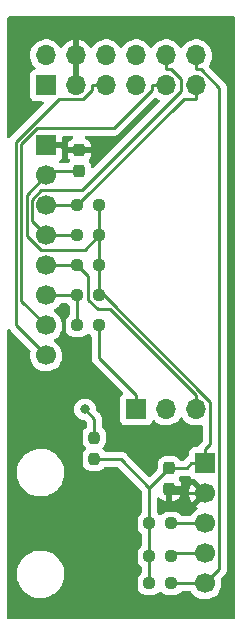
<source format=gbl>
G04 #@! TF.GenerationSoftware,KiCad,Pcbnew,6.0.9-8da3e8f707~116~ubuntu20.04.1*
G04 #@! TF.CreationDate,2023-03-05T00:07:15+01:00*
G04 #@! TF.ProjectId,accl_magn_pmod,6163636c-5f6d-4616-976e-5f706d6f642e,rev?*
G04 #@! TF.SameCoordinates,Original*
G04 #@! TF.FileFunction,Copper,L2,Bot*
G04 #@! TF.FilePolarity,Positive*
%FSLAX46Y46*%
G04 Gerber Fmt 4.6, Leading zero omitted, Abs format (unit mm)*
G04 Created by KiCad (PCBNEW 6.0.9-8da3e8f707~116~ubuntu20.04.1) date 2023-03-05 00:07:15*
%MOMM*%
%LPD*%
G01*
G04 APERTURE LIST*
G04 Aperture macros list*
%AMRoundRect*
0 Rectangle with rounded corners*
0 $1 Rounding radius*
0 $2 $3 $4 $5 $6 $7 $8 $9 X,Y pos of 4 corners*
0 Add a 4 corners polygon primitive as box body*
4,1,4,$2,$3,$4,$5,$6,$7,$8,$9,$2,$3,0*
0 Add four circle primitives for the rounded corners*
1,1,$1+$1,$2,$3*
1,1,$1+$1,$4,$5*
1,1,$1+$1,$6,$7*
1,1,$1+$1,$8,$9*
0 Add four rect primitives between the rounded corners*
20,1,$1+$1,$2,$3,$4,$5,0*
20,1,$1+$1,$4,$5,$6,$7,0*
20,1,$1+$1,$6,$7,$8,$9,0*
20,1,$1+$1,$8,$9,$2,$3,0*%
G04 Aperture macros list end*
G04 #@! TA.AperFunction,ComponentPad*
%ADD10R,1.700000X1.700000*%
G04 #@! TD*
G04 #@! TA.AperFunction,ComponentPad*
%ADD11C,1.700000*%
G04 #@! TD*
G04 #@! TA.AperFunction,SMDPad,CuDef*
%ADD12RoundRect,0.237500X-0.250000X-0.237500X0.250000X-0.237500X0.250000X0.237500X-0.250000X0.237500X0*%
G04 #@! TD*
G04 #@! TA.AperFunction,SMDPad,CuDef*
%ADD13RoundRect,0.237500X0.250000X0.237500X-0.250000X0.237500X-0.250000X-0.237500X0.250000X-0.237500X0*%
G04 #@! TD*
G04 #@! TA.AperFunction,SMDPad,CuDef*
%ADD14RoundRect,0.237500X0.237500X-0.250000X0.237500X0.250000X-0.237500X0.250000X-0.237500X-0.250000X0*%
G04 #@! TD*
G04 #@! TA.AperFunction,ComponentPad*
%ADD15O,1.700000X1.700000*%
G04 #@! TD*
G04 #@! TA.AperFunction,SMDPad,CuDef*
%ADD16RoundRect,0.237500X-0.237500X0.300000X-0.237500X-0.300000X0.237500X-0.300000X0.237500X0.300000X0*%
G04 #@! TD*
G04 #@! TA.AperFunction,SMDPad,CuDef*
%ADD17RoundRect,0.237500X0.237500X-0.300000X0.237500X0.300000X-0.237500X0.300000X-0.237500X-0.300000X0*%
G04 #@! TD*
G04 #@! TA.AperFunction,ViaPad*
%ADD18C,0.800000*%
G04 #@! TD*
G04 #@! TA.AperFunction,Conductor*
%ADD19C,0.250000*%
G04 #@! TD*
G04 APERTURE END LIST*
D10*
X131572000Y-94234000D03*
D11*
X131572000Y-96774000D03*
X131572000Y-99314000D03*
X131572000Y-101854000D03*
X131572000Y-104394000D03*
D10*
X118110000Y-67310000D03*
D11*
X118110000Y-69850000D03*
X118110000Y-72390000D03*
X118110000Y-74930000D03*
X118110000Y-77470000D03*
X118110000Y-80010000D03*
X118110000Y-82550000D03*
X118110000Y-85090000D03*
D12*
X126849500Y-104394000D03*
X128674500Y-104394000D03*
X126849500Y-99314000D03*
X128674500Y-99314000D03*
X126849500Y-102108000D03*
X128674500Y-102108000D03*
D13*
X122578500Y-74930000D03*
X120753500Y-74930000D03*
X120753500Y-72390000D03*
X122578500Y-72390000D03*
D12*
X120753500Y-82550000D03*
X122578500Y-82550000D03*
D13*
X122578500Y-80010000D03*
X120753500Y-80010000D03*
X122578500Y-77470000D03*
X120753500Y-77470000D03*
D14*
X122174000Y-93876500D03*
X122174000Y-92051500D03*
D10*
X125730000Y-89662000D03*
D15*
X128270000Y-89662000D03*
X130810000Y-89662000D03*
D10*
X118110000Y-62230000D03*
D15*
X118110000Y-59690000D03*
X120650000Y-62230000D03*
X120650000Y-59690000D03*
X123190000Y-62230000D03*
X123190000Y-59690000D03*
X125730000Y-62230000D03*
X125730000Y-59690000D03*
X128270000Y-62230000D03*
X128270000Y-59690000D03*
X130810000Y-62230000D03*
X130810000Y-59690000D03*
D16*
X128524000Y-94641500D03*
X128524000Y-96366500D03*
D17*
X120904000Y-69442500D03*
X120904000Y-67717500D03*
D18*
X121393900Y-89662000D03*
D19*
X120753500Y-80010000D02*
X118110000Y-80010000D01*
X120753500Y-80010000D02*
X120753500Y-82550000D01*
X120753500Y-77470000D02*
X118110000Y-77470000D01*
X121666000Y-78382500D02*
X120753500Y-77470000D01*
X121666000Y-80397300D02*
X121666000Y-78382500D01*
X122450000Y-81181300D02*
X121666000Y-80397300D01*
X123504600Y-81181300D02*
X122450000Y-81181300D01*
X130810000Y-88486700D02*
X123504600Y-81181300D01*
X130810000Y-89662000D02*
X130810000Y-88486700D01*
X122578500Y-85335200D02*
X122578500Y-82550000D01*
X125730000Y-88486700D02*
X122578500Y-85335200D01*
X125730000Y-89662000D02*
X125730000Y-88486700D01*
X128674500Y-104394000D02*
X131572000Y-104394000D01*
X132766000Y-103200000D02*
X131572000Y-104394000D01*
X132766000Y-62454000D02*
X132766000Y-103200000D01*
X131177300Y-60865300D02*
X132766000Y-62454000D01*
X130810000Y-60865300D02*
X131177300Y-60865300D01*
X130810000Y-59690000D02*
X130810000Y-60865300D01*
X130810000Y-62230000D02*
X130810000Y-63405300D01*
X129738200Y-63405300D02*
X120753500Y-72390000D01*
X130810000Y-63405300D02*
X129738200Y-63405300D01*
X120753500Y-72390000D02*
X118110000Y-72390000D01*
X120753500Y-74930000D02*
X118110000Y-74930000D01*
X116907500Y-73727500D02*
X118110000Y-74930000D01*
X116907500Y-71906600D02*
X116907500Y-73727500D01*
X117694100Y-71120000D02*
X116907500Y-71906600D01*
X121100600Y-71120000D02*
X117694100Y-71120000D01*
X129485100Y-62735500D02*
X121100600Y-71120000D01*
X129485100Y-61713100D02*
X129485100Y-62735500D01*
X128637300Y-60865300D02*
X129485100Y-61713100D01*
X128270000Y-60865300D02*
X128637300Y-60865300D01*
X128270000Y-59690000D02*
X128270000Y-60865300D01*
X128270000Y-62230000D02*
X127094700Y-62230000D01*
X127094700Y-62597300D02*
X127094700Y-62230000D01*
X123819600Y-65872400D02*
X127094700Y-62597300D01*
X117341500Y-65872400D02*
X123819600Y-65872400D01*
X116006800Y-67207100D02*
X117341500Y-65872400D01*
X116006800Y-80446800D02*
X116006800Y-67207100D01*
X118110000Y-82550000D02*
X116006800Y-80446800D01*
X128674500Y-99314000D02*
X131572000Y-99314000D01*
X128928500Y-101854000D02*
X128674500Y-102108000D01*
X131572000Y-101854000D02*
X128928500Y-101854000D01*
X115553400Y-82533400D02*
X118110000Y-85090000D01*
X115553400Y-67023600D02*
X115553400Y-82533400D01*
X119171700Y-63405300D02*
X115553400Y-67023600D01*
X121206800Y-63405300D02*
X119171700Y-63405300D01*
X122014700Y-62597400D02*
X121206800Y-63405300D01*
X122014700Y-62230000D02*
X122014700Y-62597400D01*
X123190000Y-62230000D02*
X122014700Y-62230000D01*
X122174000Y-90442100D02*
X121393900Y-89662000D01*
X122174000Y-92051500D02*
X122174000Y-90442100D01*
X119692800Y-67717500D02*
X119285300Y-67310000D01*
X120904000Y-67717500D02*
X119692800Y-67717500D01*
X118110000Y-67310000D02*
X119285300Y-67310000D01*
X128931500Y-96774000D02*
X128524000Y-96366500D01*
X131572000Y-96774000D02*
X128931500Y-96774000D01*
X122578500Y-72390000D02*
X122578500Y-74930000D01*
X126849500Y-102108000D02*
X126849500Y-104394000D01*
X126849500Y-102108000D02*
X126849500Y-99314000D01*
X122578500Y-74930000D02*
X122578500Y-77470000D01*
X118517500Y-69442500D02*
X118110000Y-69850000D01*
X120904000Y-69442500D02*
X118517500Y-69442500D01*
X122578500Y-80010000D02*
X122578500Y-77470000D01*
X131572000Y-94234000D02*
X131572000Y-93058700D01*
X132002800Y-92627900D02*
X131572000Y-93058700D01*
X132002800Y-89006800D02*
X132002800Y-92627900D01*
X123006000Y-80010000D02*
X132002800Y-89006800D01*
X122578500Y-80010000D02*
X123006000Y-80010000D01*
X131572000Y-94234000D02*
X130396700Y-94234000D01*
X121362700Y-76145800D02*
X122578500Y-74930000D01*
X117629300Y-76145800D02*
X121362700Y-76145800D01*
X116457100Y-74973600D02*
X117629300Y-76145800D01*
X116457100Y-71502900D02*
X116457100Y-74973600D01*
X118110000Y-69850000D02*
X116457100Y-71502900D01*
X129989200Y-94641500D02*
X128524000Y-94641500D01*
X130396700Y-94234000D02*
X129989200Y-94641500D01*
X124410000Y-93876500D02*
X126849500Y-96316000D01*
X122174000Y-93876500D02*
X124410000Y-93876500D01*
X128524000Y-94641500D02*
X126849500Y-96316000D01*
X126849500Y-96316000D02*
X126849500Y-99314000D01*
G04 #@! TA.AperFunction,Conductor*
G36*
X133955018Y-56390000D02*
G01*
X133969853Y-56392310D01*
X133969855Y-56392310D01*
X133978724Y-56393691D01*
X133984508Y-56392935D01*
X134050868Y-56413307D01*
X134096700Y-56467528D01*
X134105165Y-56508873D01*
X134106309Y-56508723D01*
X134106309Y-56508724D01*
X134106329Y-56508873D01*
X134110436Y-56540283D01*
X134111500Y-56556621D01*
X134111500Y-107265633D01*
X134110000Y-107285018D01*
X134106309Y-107308724D01*
X134107065Y-107314508D01*
X134086693Y-107380868D01*
X134032472Y-107426700D01*
X133991127Y-107435165D01*
X133991277Y-107436309D01*
X133991276Y-107436309D01*
X133959714Y-107440436D01*
X133943379Y-107441500D01*
X114984367Y-107441500D01*
X114964982Y-107440000D01*
X114950148Y-107437690D01*
X114950145Y-107437690D01*
X114941276Y-107436309D01*
X114936065Y-107436990D01*
X114869984Y-107416706D01*
X114824150Y-107362486D01*
X114813671Y-107319778D01*
X114813729Y-107315000D01*
X114809773Y-107287376D01*
X114808500Y-107269514D01*
X114808500Y-103551133D01*
X115615222Y-103551133D01*
X115615375Y-103555521D01*
X115615375Y-103555527D01*
X115624243Y-103809452D01*
X115625025Y-103831858D01*
X115625787Y-103836181D01*
X115625788Y-103836188D01*
X115649564Y-103971024D01*
X115673802Y-104108487D01*
X115760603Y-104375635D01*
X115762531Y-104379588D01*
X115762533Y-104379593D01*
X115803657Y-104463908D01*
X115883740Y-104628102D01*
X115886195Y-104631741D01*
X115886198Y-104631747D01*
X115959290Y-104740110D01*
X116040815Y-104860976D01*
X116228771Y-105069722D01*
X116232133Y-105072543D01*
X116232134Y-105072544D01*
X116247645Y-105085559D01*
X116443950Y-105250279D01*
X116682164Y-105399131D01*
X116938775Y-105513382D01*
X117208790Y-105590807D01*
X117213140Y-105591418D01*
X117213143Y-105591419D01*
X117316090Y-105605887D01*
X117486952Y-105629900D01*
X117697546Y-105629900D01*
X117699732Y-105629747D01*
X117699736Y-105629747D01*
X117903227Y-105615518D01*
X117903232Y-105615517D01*
X117907612Y-105615211D01*
X118182370Y-105556809D01*
X118186499Y-105555306D01*
X118186503Y-105555305D01*
X118442181Y-105462246D01*
X118442185Y-105462244D01*
X118446326Y-105460737D01*
X118694342Y-105328864D01*
X118799296Y-105252611D01*
X118918029Y-105166347D01*
X118918032Y-105166344D01*
X118921592Y-105163758D01*
X118974093Y-105113059D01*
X119062691Y-105027500D01*
X119123652Y-104968631D01*
X119296588Y-104747282D01*
X119298784Y-104743478D01*
X119298789Y-104743471D01*
X119434835Y-104507831D01*
X119437036Y-104504019D01*
X119542262Y-104243576D01*
X119543328Y-104239301D01*
X119609153Y-103975293D01*
X119609154Y-103975288D01*
X119610217Y-103971024D01*
X119613481Y-103939975D01*
X119639119Y-103696036D01*
X119639119Y-103696033D01*
X119639578Y-103691667D01*
X119639374Y-103685816D01*
X119629929Y-103415339D01*
X119629928Y-103415333D01*
X119629775Y-103410942D01*
X119628875Y-103405834D01*
X119588355Y-103176039D01*
X119580998Y-103134313D01*
X119494197Y-102867165D01*
X119474712Y-102827214D01*
X119409030Y-102692548D01*
X119371060Y-102614698D01*
X119368605Y-102611059D01*
X119368602Y-102611053D01*
X119288335Y-102492053D01*
X119213985Y-102381824D01*
X119026029Y-102173078D01*
X118810850Y-101992521D01*
X118572636Y-101843669D01*
X118316025Y-101729418D01*
X118046010Y-101651993D01*
X118041660Y-101651382D01*
X118041657Y-101651381D01*
X117938710Y-101636913D01*
X117767848Y-101612900D01*
X117557254Y-101612900D01*
X117555068Y-101613053D01*
X117555064Y-101613053D01*
X117351573Y-101627282D01*
X117351568Y-101627283D01*
X117347188Y-101627589D01*
X117072430Y-101685991D01*
X117068301Y-101687494D01*
X117068297Y-101687495D01*
X116812619Y-101780554D01*
X116812615Y-101780556D01*
X116808474Y-101782063D01*
X116560458Y-101913936D01*
X116556899Y-101916522D01*
X116556897Y-101916523D01*
X116452295Y-101992521D01*
X116333208Y-102079042D01*
X116131148Y-102274169D01*
X115958212Y-102495518D01*
X115956016Y-102499322D01*
X115956011Y-102499329D01*
X115866315Y-102654688D01*
X115817764Y-102738781D01*
X115712538Y-102999224D01*
X115711473Y-103003497D01*
X115711472Y-103003499D01*
X115650048Y-103249858D01*
X115644583Y-103271776D01*
X115644124Y-103276144D01*
X115644123Y-103276149D01*
X115618729Y-103517768D01*
X115615222Y-103551133D01*
X114808500Y-103551133D01*
X114808500Y-94951133D01*
X115615222Y-94951133D01*
X115625025Y-95231858D01*
X115625787Y-95236181D01*
X115625788Y-95236188D01*
X115649564Y-95371024D01*
X115673802Y-95508487D01*
X115760603Y-95775635D01*
X115883740Y-96028102D01*
X115886195Y-96031741D01*
X115886198Y-96031747D01*
X115940667Y-96112500D01*
X116040815Y-96260976D01*
X116228771Y-96469722D01*
X116443950Y-96650279D01*
X116682164Y-96799131D01*
X116938775Y-96913382D01*
X117208790Y-96990807D01*
X117213140Y-96991418D01*
X117213143Y-96991419D01*
X117316090Y-97005887D01*
X117486952Y-97029900D01*
X117697546Y-97029900D01*
X117699732Y-97029747D01*
X117699736Y-97029747D01*
X117903227Y-97015518D01*
X117903232Y-97015517D01*
X117907612Y-97015211D01*
X118182370Y-96956809D01*
X118186499Y-96955306D01*
X118186503Y-96955305D01*
X118442181Y-96862246D01*
X118442185Y-96862244D01*
X118446326Y-96860737D01*
X118694342Y-96728864D01*
X118799296Y-96652611D01*
X118918029Y-96566347D01*
X118918032Y-96566344D01*
X118921592Y-96563758D01*
X119123652Y-96368631D01*
X119296588Y-96147282D01*
X119298784Y-96143478D01*
X119298789Y-96143471D01*
X119412606Y-95946333D01*
X119437036Y-95904019D01*
X119542262Y-95643576D01*
X119555120Y-95592007D01*
X119609153Y-95375293D01*
X119609154Y-95375288D01*
X119610217Y-95371024D01*
X119610848Y-95365027D01*
X119639119Y-95096036D01*
X119639119Y-95096033D01*
X119639578Y-95091667D01*
X119631925Y-94872500D01*
X119629929Y-94815339D01*
X119629928Y-94815333D01*
X119629775Y-94810942D01*
X119618153Y-94745027D01*
X119592083Y-94597181D01*
X119580998Y-94534313D01*
X119494197Y-94267165D01*
X119456167Y-94189191D01*
X119429720Y-94134969D01*
X119371060Y-94014698D01*
X119368605Y-94011059D01*
X119368602Y-94011053D01*
X119227994Y-93802594D01*
X119213985Y-93781824D01*
X119026029Y-93573078D01*
X118810850Y-93392521D01*
X118572636Y-93243669D01*
X118316025Y-93129418D01*
X118046010Y-93051993D01*
X118041660Y-93051382D01*
X118041657Y-93051381D01*
X117938710Y-93036913D01*
X117767848Y-93012900D01*
X117557254Y-93012900D01*
X117555068Y-93013053D01*
X117555064Y-93013053D01*
X117351573Y-93027282D01*
X117351568Y-93027283D01*
X117347188Y-93027589D01*
X117072430Y-93085991D01*
X117068301Y-93087494D01*
X117068297Y-93087495D01*
X116812619Y-93180554D01*
X116812615Y-93180556D01*
X116808474Y-93182063D01*
X116560458Y-93313936D01*
X116556899Y-93316522D01*
X116556897Y-93316523D01*
X116339885Y-93474191D01*
X116333208Y-93479042D01*
X116131148Y-93674169D01*
X116047039Y-93781824D01*
X115974267Y-93874969D01*
X115958212Y-93895518D01*
X115956016Y-93899322D01*
X115956011Y-93899329D01*
X115879975Y-94031028D01*
X115817764Y-94138781D01*
X115712538Y-94399224D01*
X115711473Y-94403497D01*
X115711472Y-94403499D01*
X115662927Y-94598204D01*
X115644583Y-94671776D01*
X115644124Y-94676144D01*
X115644123Y-94676149D01*
X115629956Y-94810942D01*
X115615222Y-94951133D01*
X114808500Y-94951133D01*
X114808500Y-82978917D01*
X114828502Y-82910796D01*
X114882158Y-82864303D01*
X114952432Y-82854199D01*
X115017012Y-82883693D01*
X115042954Y-82914779D01*
X115048858Y-82924762D01*
X115063179Y-82939083D01*
X115076019Y-82954116D01*
X115087928Y-82970507D01*
X115094034Y-82975558D01*
X115122005Y-82998698D01*
X115130784Y-83006688D01*
X116759778Y-84635682D01*
X116793804Y-84697994D01*
X116792100Y-84758448D01*
X116770989Y-84834570D01*
X116770441Y-84839700D01*
X116770440Y-84839704D01*
X116766933Y-84872522D01*
X116747251Y-85056695D01*
X116747548Y-85061848D01*
X116747548Y-85061851D01*
X116758768Y-85256433D01*
X116760110Y-85279715D01*
X116761247Y-85284761D01*
X116761248Y-85284767D01*
X116778735Y-85362358D01*
X116809222Y-85497639D01*
X116893266Y-85704616D01*
X116919789Y-85747897D01*
X116960181Y-85813811D01*
X117009987Y-85895088D01*
X117156250Y-86063938D01*
X117328126Y-86206632D01*
X117521000Y-86319338D01*
X117729692Y-86399030D01*
X117734760Y-86400061D01*
X117734763Y-86400062D01*
X117842017Y-86421883D01*
X117948597Y-86443567D01*
X117953772Y-86443757D01*
X117953774Y-86443757D01*
X118166673Y-86451564D01*
X118166677Y-86451564D01*
X118171837Y-86451753D01*
X118176957Y-86451097D01*
X118176959Y-86451097D01*
X118388288Y-86424025D01*
X118388289Y-86424025D01*
X118393416Y-86423368D01*
X118398366Y-86421883D01*
X118602429Y-86360661D01*
X118602434Y-86360659D01*
X118607384Y-86359174D01*
X118807994Y-86260896D01*
X118989860Y-86131173D01*
X119148096Y-85973489D01*
X119207594Y-85890689D01*
X119275435Y-85796277D01*
X119278453Y-85792077D01*
X119291394Y-85765894D01*
X119375136Y-85596453D01*
X119375137Y-85596451D01*
X119377430Y-85591811D01*
X119419137Y-85454539D01*
X119440865Y-85383023D01*
X119440865Y-85383021D01*
X119442370Y-85378069D01*
X119471529Y-85156590D01*
X119473156Y-85090000D01*
X119454852Y-84867361D01*
X119400431Y-84650702D01*
X119311354Y-84445840D01*
X119190014Y-84258277D01*
X119039670Y-84093051D01*
X119035619Y-84089852D01*
X119035615Y-84089848D01*
X118868414Y-83957800D01*
X118868410Y-83957798D01*
X118864359Y-83954598D01*
X118823053Y-83931796D01*
X118773084Y-83881364D01*
X118758312Y-83811921D01*
X118783428Y-83745516D01*
X118810780Y-83718909D01*
X118854603Y-83687650D01*
X118989860Y-83591173D01*
X119148096Y-83433489D01*
X119189323Y-83376116D01*
X119275435Y-83256277D01*
X119278453Y-83252077D01*
X119305267Y-83197824D01*
X119375136Y-83056453D01*
X119375137Y-83056451D01*
X119377430Y-83051811D01*
X119411459Y-82939809D01*
X119440865Y-82843023D01*
X119440865Y-82843021D01*
X119442370Y-82838069D01*
X119471529Y-82616590D01*
X119471611Y-82613240D01*
X119473074Y-82553365D01*
X119473074Y-82553361D01*
X119473156Y-82550000D01*
X119454852Y-82327361D01*
X119400431Y-82110702D01*
X119311354Y-81905840D01*
X119250323Y-81811500D01*
X119192822Y-81722617D01*
X119192820Y-81722614D01*
X119190014Y-81718277D01*
X119039670Y-81553051D01*
X119035619Y-81549852D01*
X119035615Y-81549848D01*
X118868414Y-81417800D01*
X118868410Y-81417798D01*
X118864359Y-81414598D01*
X118823053Y-81391796D01*
X118773084Y-81341364D01*
X118758312Y-81271921D01*
X118783428Y-81205516D01*
X118810780Y-81178909D01*
X118854603Y-81147650D01*
X118989860Y-81051173D01*
X119026959Y-81014204D01*
X119083536Y-80957824D01*
X119148096Y-80893489D01*
X119278453Y-80712077D01*
X119280746Y-80707437D01*
X119282446Y-80704608D01*
X119334674Y-80656518D01*
X119390451Y-80643500D01*
X119801036Y-80643500D01*
X119869157Y-80663502D01*
X119908179Y-80703196D01*
X119914884Y-80714031D01*
X120037997Y-80836929D01*
X120044224Y-80840767D01*
X120044226Y-80840769D01*
X120060116Y-80850564D01*
X120107609Y-80903336D01*
X120120000Y-80957824D01*
X120120000Y-81602301D01*
X120099998Y-81670422D01*
X120060302Y-81709445D01*
X120036969Y-81723884D01*
X120031796Y-81729066D01*
X119919242Y-81841816D01*
X119919238Y-81841821D01*
X119914071Y-81846997D01*
X119910231Y-81853227D01*
X119910230Y-81853228D01*
X119874872Y-81910590D01*
X119822791Y-81995080D01*
X119768026Y-82160191D01*
X119757500Y-82262928D01*
X119757500Y-82837072D01*
X119757837Y-82840318D01*
X119757837Y-82840322D01*
X119767181Y-82930373D01*
X119768293Y-82941093D01*
X119770474Y-82947629D01*
X119770474Y-82947631D01*
X119788772Y-83002477D01*
X119823346Y-83106107D01*
X119914884Y-83254031D01*
X119920066Y-83259204D01*
X120032816Y-83371758D01*
X120032821Y-83371762D01*
X120037997Y-83376929D01*
X120044227Y-83380769D01*
X120044228Y-83380770D01*
X120145729Y-83443336D01*
X120186080Y-83468209D01*
X120351191Y-83522974D01*
X120358027Y-83523674D01*
X120358030Y-83523675D01*
X120409526Y-83528951D01*
X120453928Y-83533500D01*
X121053072Y-83533500D01*
X121056318Y-83533163D01*
X121056322Y-83533163D01*
X121150235Y-83523419D01*
X121150239Y-83523418D01*
X121157093Y-83522707D01*
X121163629Y-83520526D01*
X121163631Y-83520526D01*
X121310423Y-83471552D01*
X121322107Y-83467654D01*
X121470031Y-83376116D01*
X121513159Y-83332913D01*
X121576747Y-83269214D01*
X121639030Y-83235135D01*
X121709850Y-83240138D01*
X121754937Y-83269059D01*
X121857815Y-83371757D01*
X121857820Y-83371761D01*
X121862997Y-83376929D01*
X121869224Y-83380767D01*
X121869226Y-83380769D01*
X121885116Y-83390564D01*
X121932609Y-83443336D01*
X121945000Y-83497824D01*
X121945000Y-85256433D01*
X121944473Y-85267616D01*
X121942798Y-85275109D01*
X121943047Y-85283035D01*
X121943047Y-85283036D01*
X121944938Y-85343186D01*
X121945000Y-85347145D01*
X121945000Y-85375056D01*
X121945497Y-85378990D01*
X121945497Y-85378991D01*
X121945505Y-85379056D01*
X121946438Y-85390893D01*
X121947827Y-85435089D01*
X121953478Y-85454539D01*
X121957487Y-85473900D01*
X121960026Y-85493997D01*
X121962945Y-85501368D01*
X121962945Y-85501370D01*
X121976304Y-85535112D01*
X121980149Y-85546342D01*
X121992482Y-85588793D01*
X121996515Y-85595612D01*
X121996517Y-85595617D01*
X122002793Y-85606228D01*
X122011488Y-85623976D01*
X122018948Y-85642817D01*
X122023610Y-85649233D01*
X122023610Y-85649234D01*
X122044936Y-85678587D01*
X122051452Y-85688507D01*
X122063584Y-85709020D01*
X122073958Y-85726562D01*
X122088279Y-85740883D01*
X122101119Y-85755916D01*
X122113028Y-85772307D01*
X122131318Y-85787438D01*
X122147105Y-85800498D01*
X122155884Y-85808488D01*
X124573679Y-88226284D01*
X124607705Y-88288596D01*
X124602640Y-88359412D01*
X124560149Y-88416205D01*
X124516739Y-88448739D01*
X124429385Y-88565295D01*
X124378255Y-88701684D01*
X124371500Y-88763866D01*
X124371500Y-90560134D01*
X124378255Y-90622316D01*
X124429385Y-90758705D01*
X124516739Y-90875261D01*
X124633295Y-90962615D01*
X124769684Y-91013745D01*
X124831866Y-91020500D01*
X126628134Y-91020500D01*
X126690316Y-91013745D01*
X126826705Y-90962615D01*
X126943261Y-90875261D01*
X127030615Y-90758705D01*
X127064769Y-90667600D01*
X127074598Y-90641382D01*
X127117240Y-90584618D01*
X127183802Y-90559918D01*
X127253150Y-90575126D01*
X127287817Y-90603114D01*
X127316250Y-90635938D01*
X127488126Y-90778632D01*
X127681000Y-90891338D01*
X127889692Y-90971030D01*
X127894760Y-90972061D01*
X127894763Y-90972062D01*
X128002003Y-90993880D01*
X128108597Y-91015567D01*
X128113772Y-91015757D01*
X128113774Y-91015757D01*
X128326673Y-91023564D01*
X128326677Y-91023564D01*
X128331837Y-91023753D01*
X128336957Y-91023097D01*
X128336959Y-91023097D01*
X128548288Y-90996025D01*
X128548289Y-90996025D01*
X128553416Y-90995368D01*
X128558376Y-90993880D01*
X128762429Y-90932661D01*
X128762434Y-90932659D01*
X128767384Y-90931174D01*
X128967994Y-90832896D01*
X129149860Y-90703173D01*
X129308096Y-90545489D01*
X129317670Y-90532166D01*
X129438453Y-90364077D01*
X129439776Y-90365028D01*
X129486645Y-90321857D01*
X129556580Y-90309625D01*
X129622026Y-90337144D01*
X129649875Y-90368994D01*
X129709987Y-90467088D01*
X129856250Y-90635938D01*
X130028126Y-90778632D01*
X130221000Y-90891338D01*
X130429692Y-90971030D01*
X130434760Y-90972061D01*
X130434763Y-90972062D01*
X130542003Y-90993880D01*
X130648597Y-91015567D01*
X130653772Y-91015757D01*
X130653774Y-91015757D01*
X130866673Y-91023564D01*
X130866677Y-91023564D01*
X130871837Y-91023753D01*
X130876957Y-91023097D01*
X130876959Y-91023097D01*
X131088288Y-90996025D01*
X131088289Y-90996025D01*
X131093416Y-90995368D01*
X131098373Y-90993881D01*
X131098377Y-90993880D01*
X131207092Y-90961264D01*
X131278087Y-90960846D01*
X131338038Y-90998879D01*
X131367910Y-91063285D01*
X131369300Y-91081949D01*
X131369300Y-92313305D01*
X131349298Y-92381426D01*
X131332395Y-92402400D01*
X131179747Y-92555048D01*
X131171461Y-92562588D01*
X131164982Y-92566700D01*
X131159557Y-92572477D01*
X131118357Y-92616351D01*
X131115602Y-92619193D01*
X131095865Y-92638930D01*
X131093385Y-92642127D01*
X131085682Y-92651147D01*
X131055414Y-92683379D01*
X131051595Y-92690325D01*
X131051593Y-92690328D01*
X131045652Y-92701134D01*
X131034801Y-92717653D01*
X131022386Y-92733659D01*
X131019241Y-92740928D01*
X131019238Y-92740932D01*
X131004826Y-92774237D01*
X130999604Y-92784896D01*
X130985694Y-92810199D01*
X130935350Y-92860259D01*
X130875279Y-92875500D01*
X130673866Y-92875500D01*
X130611684Y-92882255D01*
X130475295Y-92933385D01*
X130358739Y-93020739D01*
X130271385Y-93137295D01*
X130220255Y-93273684D01*
X130213500Y-93335866D01*
X130213500Y-93535837D01*
X130193498Y-93603958D01*
X130142621Y-93647158D01*
X130143108Y-93647981D01*
X130138308Y-93650820D01*
X130136278Y-93652021D01*
X130125672Y-93658293D01*
X130107924Y-93666988D01*
X130089083Y-93674448D01*
X130082667Y-93679110D01*
X130082666Y-93679110D01*
X130053313Y-93700436D01*
X130043392Y-93706952D01*
X130005338Y-93729458D01*
X129999731Y-93735064D01*
X129991015Y-93743780D01*
X129975982Y-93756620D01*
X129959593Y-93768528D01*
X129948594Y-93781824D01*
X129931411Y-93802594D01*
X129923422Y-93811372D01*
X129763699Y-93971095D01*
X129701387Y-94005121D01*
X129674604Y-94008000D01*
X129502640Y-94008000D01*
X129434519Y-93987998D01*
X129395497Y-93948304D01*
X129350116Y-93874969D01*
X129286408Y-93811372D01*
X129232184Y-93757242D01*
X129232179Y-93757238D01*
X129227003Y-93752071D01*
X129190318Y-93729458D01*
X129085150Y-93664631D01*
X129085148Y-93664630D01*
X129078920Y-93660791D01*
X128913809Y-93606026D01*
X128906973Y-93605326D01*
X128906970Y-93605325D01*
X128855474Y-93600049D01*
X128811072Y-93595500D01*
X128236928Y-93595500D01*
X128233682Y-93595837D01*
X128233678Y-93595837D01*
X128139765Y-93605581D01*
X128139761Y-93605582D01*
X128132907Y-93606293D01*
X128126371Y-93608474D01*
X128126369Y-93608474D01*
X128049889Y-93633990D01*
X127967893Y-93661346D01*
X127819969Y-93752884D01*
X127814796Y-93758066D01*
X127702242Y-93870816D01*
X127702238Y-93870821D01*
X127697071Y-93875997D01*
X127693231Y-93882227D01*
X127693230Y-93882228D01*
X127617478Y-94005121D01*
X127605791Y-94024080D01*
X127551026Y-94189191D01*
X127540500Y-94291928D01*
X127540500Y-94676906D01*
X127520498Y-94745027D01*
X127503595Y-94766001D01*
X126938595Y-95331001D01*
X126876283Y-95365027D01*
X126805468Y-95359962D01*
X126760405Y-95331001D01*
X125874512Y-94445107D01*
X124913652Y-93484247D01*
X124906112Y-93475961D01*
X124902000Y-93469482D01*
X124852348Y-93422856D01*
X124849507Y-93420102D01*
X124829770Y-93400365D01*
X124826573Y-93397885D01*
X124817551Y-93390180D01*
X124791100Y-93365341D01*
X124785321Y-93359914D01*
X124778375Y-93356095D01*
X124778372Y-93356093D01*
X124767566Y-93350152D01*
X124751047Y-93339301D01*
X124746618Y-93335866D01*
X124735041Y-93326886D01*
X124727772Y-93323741D01*
X124727768Y-93323738D01*
X124694463Y-93309326D01*
X124683813Y-93304109D01*
X124645060Y-93282805D01*
X124625437Y-93277767D01*
X124606734Y-93271363D01*
X124595420Y-93266467D01*
X124595419Y-93266467D01*
X124588145Y-93263319D01*
X124580322Y-93262080D01*
X124580312Y-93262077D01*
X124544476Y-93256401D01*
X124532856Y-93253995D01*
X124497711Y-93244972D01*
X124497710Y-93244972D01*
X124490030Y-93243000D01*
X124469776Y-93243000D01*
X124450065Y-93241449D01*
X124437886Y-93239520D01*
X124430057Y-93238280D01*
X124422165Y-93239026D01*
X124386039Y-93242441D01*
X124374181Y-93243000D01*
X123121699Y-93243000D01*
X123053578Y-93222998D01*
X123014554Y-93183301D01*
X123012854Y-93180554D01*
X123000116Y-93159969D01*
X122969512Y-93129418D01*
X122893214Y-93053253D01*
X122859135Y-92990970D01*
X122864138Y-92920150D01*
X122893059Y-92875063D01*
X122995754Y-92772188D01*
X122995758Y-92772183D01*
X123000929Y-92767003D01*
X123004770Y-92760772D01*
X123088369Y-92625150D01*
X123088370Y-92625148D01*
X123092209Y-92618920D01*
X123146974Y-92453809D01*
X123157500Y-92351072D01*
X123157500Y-91751928D01*
X123146707Y-91647907D01*
X123091654Y-91482893D01*
X123000116Y-91334969D01*
X122994934Y-91329796D01*
X122882184Y-91217242D01*
X122882179Y-91217238D01*
X122877003Y-91212071D01*
X122867386Y-91206143D01*
X122865559Y-91204114D01*
X122865027Y-91203693D01*
X122865099Y-91203602D01*
X122819892Y-91153372D01*
X122807500Y-91098882D01*
X122807500Y-90520867D01*
X122808027Y-90509684D01*
X122809702Y-90502191D01*
X122807562Y-90434114D01*
X122807500Y-90430155D01*
X122807500Y-90402244D01*
X122806995Y-90398244D01*
X122806062Y-90386401D01*
X122804922Y-90350130D01*
X122804673Y-90342211D01*
X122799021Y-90322757D01*
X122795013Y-90303400D01*
X122793468Y-90291170D01*
X122793468Y-90291169D01*
X122792474Y-90283303D01*
X122789555Y-90275930D01*
X122776196Y-90242188D01*
X122772351Y-90230958D01*
X122762229Y-90196117D01*
X122762229Y-90196116D01*
X122760018Y-90188507D01*
X122755985Y-90181688D01*
X122755983Y-90181683D01*
X122749707Y-90171072D01*
X122741012Y-90153324D01*
X122733552Y-90134483D01*
X122707564Y-90098713D01*
X122701048Y-90088793D01*
X122682580Y-90057565D01*
X122682578Y-90057562D01*
X122678542Y-90050738D01*
X122664221Y-90036417D01*
X122651380Y-90021383D01*
X122644131Y-90011406D01*
X122639472Y-90004993D01*
X122633367Y-89999942D01*
X122633362Y-89999937D01*
X122605402Y-89976806D01*
X122596624Y-89968819D01*
X122341022Y-89713218D01*
X122306997Y-89650905D01*
X122304807Y-89637292D01*
X122288132Y-89478635D01*
X122288132Y-89478633D01*
X122287442Y-89472072D01*
X122228427Y-89290444D01*
X122132940Y-89125056D01*
X122036403Y-89017840D01*
X122009575Y-88988045D01*
X122009574Y-88988044D01*
X122005153Y-88983134D01*
X121850652Y-88870882D01*
X121844624Y-88868198D01*
X121844622Y-88868197D01*
X121682219Y-88795891D01*
X121682218Y-88795891D01*
X121676188Y-88793206D01*
X121554231Y-88767283D01*
X121495844Y-88754872D01*
X121495839Y-88754872D01*
X121489387Y-88753500D01*
X121298413Y-88753500D01*
X121291961Y-88754872D01*
X121291956Y-88754872D01*
X121233569Y-88767283D01*
X121111612Y-88793206D01*
X121105582Y-88795891D01*
X121105581Y-88795891D01*
X120943178Y-88868197D01*
X120943176Y-88868198D01*
X120937148Y-88870882D01*
X120782647Y-88983134D01*
X120778226Y-88988044D01*
X120778225Y-88988045D01*
X120751398Y-89017840D01*
X120654860Y-89125056D01*
X120559373Y-89290444D01*
X120500358Y-89472072D01*
X120480396Y-89662000D01*
X120500358Y-89851928D01*
X120559373Y-90033556D01*
X120562676Y-90039278D01*
X120562677Y-90039279D01*
X120569293Y-90050738D01*
X120654860Y-90198944D01*
X120659278Y-90203851D01*
X120659279Y-90203852D01*
X120777008Y-90334603D01*
X120782647Y-90340866D01*
X120937148Y-90453118D01*
X120943176Y-90455802D01*
X120943178Y-90455803D01*
X121047368Y-90502191D01*
X121111612Y-90530794D01*
X121197909Y-90549137D01*
X121291956Y-90569128D01*
X121291961Y-90569128D01*
X121298413Y-90570500D01*
X121354305Y-90570500D01*
X121422426Y-90590502D01*
X121443400Y-90607405D01*
X121503595Y-90667600D01*
X121537621Y-90729912D01*
X121540500Y-90756695D01*
X121540500Y-91099036D01*
X121520498Y-91167157D01*
X121480804Y-91206179D01*
X121469969Y-91212884D01*
X121464796Y-91218066D01*
X121352242Y-91330816D01*
X121352238Y-91330821D01*
X121347071Y-91335997D01*
X121343231Y-91342227D01*
X121343230Y-91342228D01*
X121260364Y-91476662D01*
X121255791Y-91484080D01*
X121201026Y-91649191D01*
X121190500Y-91751928D01*
X121190500Y-92351072D01*
X121190837Y-92354318D01*
X121190837Y-92354322D01*
X121195826Y-92402400D01*
X121201293Y-92455093D01*
X121256346Y-92620107D01*
X121347884Y-92768031D01*
X121353066Y-92773204D01*
X121454786Y-92874747D01*
X121488865Y-92937030D01*
X121483862Y-93007850D01*
X121454941Y-93052937D01*
X121352246Y-93155812D01*
X121352242Y-93155817D01*
X121347071Y-93160997D01*
X121343231Y-93167227D01*
X121343230Y-93167228D01*
X121275093Y-93277767D01*
X121255791Y-93309080D01*
X121201026Y-93474191D01*
X121200326Y-93481027D01*
X121200325Y-93481030D01*
X121195049Y-93532526D01*
X121190500Y-93576928D01*
X121190500Y-94176072D01*
X121190837Y-94179318D01*
X121190837Y-94179322D01*
X121199952Y-94267165D01*
X121201293Y-94280093D01*
X121256346Y-94445107D01*
X121347884Y-94593031D01*
X121353066Y-94598204D01*
X121465816Y-94710758D01*
X121465821Y-94710762D01*
X121470997Y-94715929D01*
X121477227Y-94719769D01*
X121477228Y-94719770D01*
X121552229Y-94766001D01*
X121619080Y-94807209D01*
X121784191Y-94861974D01*
X121791027Y-94862674D01*
X121791030Y-94862675D01*
X121842526Y-94867951D01*
X121886928Y-94872500D01*
X122461072Y-94872500D01*
X122464318Y-94872163D01*
X122464322Y-94872163D01*
X122558235Y-94862419D01*
X122558239Y-94862418D01*
X122565093Y-94861707D01*
X122571629Y-94859526D01*
X122571631Y-94859526D01*
X122717254Y-94810942D01*
X122730107Y-94806654D01*
X122878031Y-94715116D01*
X123000929Y-94592003D01*
X123014564Y-94569884D01*
X123067336Y-94522391D01*
X123121824Y-94510000D01*
X124095406Y-94510000D01*
X124163527Y-94530002D01*
X124184501Y-94546905D01*
X126179095Y-96541500D01*
X126213121Y-96603812D01*
X126216000Y-96630595D01*
X126216000Y-98366301D01*
X126195998Y-98434422D01*
X126156302Y-98473445D01*
X126132969Y-98487884D01*
X126127796Y-98493066D01*
X126015242Y-98605816D01*
X126015238Y-98605821D01*
X126010071Y-98610997D01*
X126006231Y-98617227D01*
X126006230Y-98617228D01*
X125967229Y-98680500D01*
X125918791Y-98759080D01*
X125864026Y-98924191D01*
X125853500Y-99026928D01*
X125853500Y-99601072D01*
X125864293Y-99705093D01*
X125919346Y-99870107D01*
X126010884Y-100018031D01*
X126133997Y-100140929D01*
X126140224Y-100144767D01*
X126140226Y-100144769D01*
X126156116Y-100154564D01*
X126203609Y-100207336D01*
X126216000Y-100261824D01*
X126216000Y-101160301D01*
X126195998Y-101228422D01*
X126156302Y-101267445D01*
X126132969Y-101281884D01*
X126127796Y-101287066D01*
X126015242Y-101399816D01*
X126015238Y-101399821D01*
X126010071Y-101404997D01*
X125918791Y-101553080D01*
X125864026Y-101718191D01*
X125863326Y-101725027D01*
X125863325Y-101725030D01*
X125858049Y-101776526D01*
X125853500Y-101820928D01*
X125853500Y-102395072D01*
X125853837Y-102398318D01*
X125853837Y-102398322D01*
X125863563Y-102492053D01*
X125864293Y-102499093D01*
X125919346Y-102664107D01*
X126010884Y-102812031D01*
X126133997Y-102934929D01*
X126140224Y-102938767D01*
X126140226Y-102938769D01*
X126156116Y-102948564D01*
X126203609Y-103001336D01*
X126216000Y-103055824D01*
X126216000Y-103446301D01*
X126195998Y-103514422D01*
X126156302Y-103553445D01*
X126132969Y-103567884D01*
X126127796Y-103573066D01*
X126015242Y-103685816D01*
X126015238Y-103685821D01*
X126010071Y-103690997D01*
X126006231Y-103697227D01*
X126006230Y-103697228D01*
X125923243Y-103831858D01*
X125918791Y-103839080D01*
X125864026Y-104004191D01*
X125853500Y-104106928D01*
X125853500Y-104681072D01*
X125853837Y-104684318D01*
X125853837Y-104684322D01*
X125860370Y-104747282D01*
X125864293Y-104785093D01*
X125866474Y-104791629D01*
X125866474Y-104791631D01*
X125890701Y-104864248D01*
X125919346Y-104950107D01*
X126010884Y-105098031D01*
X126016066Y-105103204D01*
X126128816Y-105215758D01*
X126128821Y-105215762D01*
X126133997Y-105220929D01*
X126140227Y-105224769D01*
X126140228Y-105224770D01*
X126185395Y-105252611D01*
X126282080Y-105312209D01*
X126447191Y-105366974D01*
X126454027Y-105367674D01*
X126454030Y-105367675D01*
X126488828Y-105371240D01*
X126549928Y-105377500D01*
X127149072Y-105377500D01*
X127152318Y-105377163D01*
X127152322Y-105377163D01*
X127246235Y-105367419D01*
X127246239Y-105367418D01*
X127253093Y-105366707D01*
X127259629Y-105364526D01*
X127259631Y-105364526D01*
X127392395Y-105320232D01*
X127418107Y-105311654D01*
X127566031Y-105220116D01*
X127622291Y-105163758D01*
X127672747Y-105113214D01*
X127735030Y-105079135D01*
X127805850Y-105084138D01*
X127850937Y-105113059D01*
X127953812Y-105215754D01*
X127953817Y-105215758D01*
X127958997Y-105220929D01*
X127965227Y-105224769D01*
X127965228Y-105224770D01*
X128010395Y-105252611D01*
X128107080Y-105312209D01*
X128272191Y-105366974D01*
X128279027Y-105367674D01*
X128279030Y-105367675D01*
X128313828Y-105371240D01*
X128374928Y-105377500D01*
X128974072Y-105377500D01*
X128977318Y-105377163D01*
X128977322Y-105377163D01*
X129071235Y-105367419D01*
X129071239Y-105367418D01*
X129078093Y-105366707D01*
X129084629Y-105364526D01*
X129084631Y-105364526D01*
X129217395Y-105320232D01*
X129243107Y-105311654D01*
X129391031Y-105220116D01*
X129416415Y-105194688D01*
X129508758Y-105102184D01*
X129508762Y-105102179D01*
X129513929Y-105097003D01*
X129519857Y-105087386D01*
X129521886Y-105085559D01*
X129522307Y-105085027D01*
X129522398Y-105085099D01*
X129572628Y-105039892D01*
X129627118Y-105027500D01*
X130296274Y-105027500D01*
X130364395Y-105047502D01*
X130403707Y-105087665D01*
X130471987Y-105199088D01*
X130618250Y-105367938D01*
X130790126Y-105510632D01*
X130983000Y-105623338D01*
X131191692Y-105703030D01*
X131196760Y-105704061D01*
X131196763Y-105704062D01*
X131304017Y-105725883D01*
X131410597Y-105747567D01*
X131415772Y-105747757D01*
X131415774Y-105747757D01*
X131628673Y-105755564D01*
X131628677Y-105755564D01*
X131633837Y-105755753D01*
X131638957Y-105755097D01*
X131638959Y-105755097D01*
X131850288Y-105728025D01*
X131850289Y-105728025D01*
X131855416Y-105727368D01*
X131860366Y-105725883D01*
X132064429Y-105664661D01*
X132064434Y-105664659D01*
X132069384Y-105663174D01*
X132269994Y-105564896D01*
X132451860Y-105435173D01*
X132610096Y-105277489D01*
X132631681Y-105247451D01*
X132737435Y-105100277D01*
X132740453Y-105096077D01*
X132744611Y-105087665D01*
X132837136Y-104900453D01*
X132837137Y-104900451D01*
X132839430Y-104895811D01*
X132904370Y-104682069D01*
X132933529Y-104460590D01*
X132935156Y-104394000D01*
X132916852Y-104171361D01*
X132888821Y-104059766D01*
X132891625Y-103988825D01*
X132921930Y-103939975D01*
X133158253Y-103703652D01*
X133166539Y-103696112D01*
X133173018Y-103692000D01*
X133219644Y-103642348D01*
X133222398Y-103639507D01*
X133242135Y-103619770D01*
X133244615Y-103616573D01*
X133252320Y-103607551D01*
X133277159Y-103581100D01*
X133282586Y-103575321D01*
X133286405Y-103568375D01*
X133286407Y-103568372D01*
X133292348Y-103557566D01*
X133303199Y-103541047D01*
X133303692Y-103540411D01*
X133315614Y-103525041D01*
X133318759Y-103517772D01*
X133318762Y-103517768D01*
X133333174Y-103484463D01*
X133338391Y-103473813D01*
X133359695Y-103435060D01*
X133362743Y-103423191D01*
X133364733Y-103415438D01*
X133371137Y-103396734D01*
X133376033Y-103385420D01*
X133376033Y-103385419D01*
X133379181Y-103378145D01*
X133380420Y-103370322D01*
X133380423Y-103370312D01*
X133386099Y-103334476D01*
X133388505Y-103322856D01*
X133397528Y-103287711D01*
X133397528Y-103287710D01*
X133399500Y-103280030D01*
X133399500Y-103259776D01*
X133401051Y-103240065D01*
X133402980Y-103227886D01*
X133404220Y-103220057D01*
X133400059Y-103176038D01*
X133399500Y-103164181D01*
X133399500Y-62532767D01*
X133400027Y-62521584D01*
X133401702Y-62514091D01*
X133399562Y-62446014D01*
X133399500Y-62442055D01*
X133399500Y-62414144D01*
X133398995Y-62410144D01*
X133398062Y-62398301D01*
X133396922Y-62362029D01*
X133396673Y-62354110D01*
X133391022Y-62334658D01*
X133387014Y-62315306D01*
X133385467Y-62303063D01*
X133384474Y-62295203D01*
X133381556Y-62287832D01*
X133368200Y-62254097D01*
X133364355Y-62242870D01*
X133363721Y-62240687D01*
X133352018Y-62200407D01*
X133341707Y-62182972D01*
X133333012Y-62165224D01*
X133325552Y-62146383D01*
X133299564Y-62110613D01*
X133293048Y-62100693D01*
X133274580Y-62069465D01*
X133274578Y-62069462D01*
X133270542Y-62062638D01*
X133256221Y-62048317D01*
X133243380Y-62033283D01*
X133236131Y-62023306D01*
X133231472Y-62016893D01*
X133197395Y-61988702D01*
X133188616Y-61980712D01*
X131895899Y-60687994D01*
X131861873Y-60625682D01*
X131866938Y-60554866D01*
X131882671Y-60525373D01*
X131975435Y-60396277D01*
X131978453Y-60392077D01*
X131991995Y-60364678D01*
X132075136Y-60196453D01*
X132075137Y-60196451D01*
X132077430Y-60191811D01*
X132142370Y-59978069D01*
X132171529Y-59756590D01*
X132173156Y-59690000D01*
X132154852Y-59467361D01*
X132100431Y-59250702D01*
X132011354Y-59045840D01*
X131890014Y-58858277D01*
X131739670Y-58693051D01*
X131735619Y-58689852D01*
X131735615Y-58689848D01*
X131568414Y-58557800D01*
X131568410Y-58557798D01*
X131564359Y-58554598D01*
X131528028Y-58534542D01*
X131512136Y-58525769D01*
X131368789Y-58446638D01*
X131363920Y-58444914D01*
X131363916Y-58444912D01*
X131163087Y-58373795D01*
X131163083Y-58373794D01*
X131158212Y-58372069D01*
X131153119Y-58371162D01*
X131153116Y-58371161D01*
X130943373Y-58333800D01*
X130943367Y-58333799D01*
X130938284Y-58332894D01*
X130864452Y-58331992D01*
X130720081Y-58330228D01*
X130720079Y-58330228D01*
X130714911Y-58330165D01*
X130494091Y-58363955D01*
X130281756Y-58433357D01*
X130083607Y-58536507D01*
X130079474Y-58539610D01*
X130079471Y-58539612D01*
X130055247Y-58557800D01*
X129904965Y-58670635D01*
X129750629Y-58832138D01*
X129643201Y-58989621D01*
X129588293Y-59034621D01*
X129517768Y-59042792D01*
X129454021Y-59011538D01*
X129433324Y-58987054D01*
X129352822Y-58862617D01*
X129352820Y-58862614D01*
X129350014Y-58858277D01*
X129199670Y-58693051D01*
X129195619Y-58689852D01*
X129195615Y-58689848D01*
X129028414Y-58557800D01*
X129028410Y-58557798D01*
X129024359Y-58554598D01*
X128988028Y-58534542D01*
X128972136Y-58525769D01*
X128828789Y-58446638D01*
X128823920Y-58444914D01*
X128823916Y-58444912D01*
X128623087Y-58373795D01*
X128623083Y-58373794D01*
X128618212Y-58372069D01*
X128613119Y-58371162D01*
X128613116Y-58371161D01*
X128403373Y-58333800D01*
X128403367Y-58333799D01*
X128398284Y-58332894D01*
X128324452Y-58331992D01*
X128180081Y-58330228D01*
X128180079Y-58330228D01*
X128174911Y-58330165D01*
X127954091Y-58363955D01*
X127741756Y-58433357D01*
X127543607Y-58536507D01*
X127539474Y-58539610D01*
X127539471Y-58539612D01*
X127515247Y-58557800D01*
X127364965Y-58670635D01*
X127210629Y-58832138D01*
X127103201Y-58989621D01*
X127048293Y-59034621D01*
X126977768Y-59042792D01*
X126914021Y-59011538D01*
X126893324Y-58987054D01*
X126812822Y-58862617D01*
X126812820Y-58862614D01*
X126810014Y-58858277D01*
X126659670Y-58693051D01*
X126655619Y-58689852D01*
X126655615Y-58689848D01*
X126488414Y-58557800D01*
X126488410Y-58557798D01*
X126484359Y-58554598D01*
X126448028Y-58534542D01*
X126432136Y-58525769D01*
X126288789Y-58446638D01*
X126283920Y-58444914D01*
X126283916Y-58444912D01*
X126083087Y-58373795D01*
X126083083Y-58373794D01*
X126078212Y-58372069D01*
X126073119Y-58371162D01*
X126073116Y-58371161D01*
X125863373Y-58333800D01*
X125863367Y-58333799D01*
X125858284Y-58332894D01*
X125784452Y-58331992D01*
X125640081Y-58330228D01*
X125640079Y-58330228D01*
X125634911Y-58330165D01*
X125414091Y-58363955D01*
X125201756Y-58433357D01*
X125003607Y-58536507D01*
X124999474Y-58539610D01*
X124999471Y-58539612D01*
X124975247Y-58557800D01*
X124824965Y-58670635D01*
X124670629Y-58832138D01*
X124563201Y-58989621D01*
X124508293Y-59034621D01*
X124437768Y-59042792D01*
X124374021Y-59011538D01*
X124353324Y-58987054D01*
X124272822Y-58862617D01*
X124272820Y-58862614D01*
X124270014Y-58858277D01*
X124119670Y-58693051D01*
X124115619Y-58689852D01*
X124115615Y-58689848D01*
X123948414Y-58557800D01*
X123948410Y-58557798D01*
X123944359Y-58554598D01*
X123908028Y-58534542D01*
X123892136Y-58525769D01*
X123748789Y-58446638D01*
X123743920Y-58444914D01*
X123743916Y-58444912D01*
X123543087Y-58373795D01*
X123543083Y-58373794D01*
X123538212Y-58372069D01*
X123533119Y-58371162D01*
X123533116Y-58371161D01*
X123323373Y-58333800D01*
X123323367Y-58333799D01*
X123318284Y-58332894D01*
X123244452Y-58331992D01*
X123100081Y-58330228D01*
X123100079Y-58330228D01*
X123094911Y-58330165D01*
X122874091Y-58363955D01*
X122661756Y-58433357D01*
X122463607Y-58536507D01*
X122459474Y-58539610D01*
X122459471Y-58539612D01*
X122435247Y-58557800D01*
X122284965Y-58670635D01*
X122130629Y-58832138D01*
X122023204Y-58989618D01*
X122022898Y-58990066D01*
X121967987Y-59035069D01*
X121897462Y-59043240D01*
X121833715Y-59011986D01*
X121813018Y-58987502D01*
X121732426Y-58862926D01*
X121726136Y-58854757D01*
X121582806Y-58697240D01*
X121575273Y-58690215D01*
X121408139Y-58558222D01*
X121399552Y-58552517D01*
X121213117Y-58449599D01*
X121203705Y-58445369D01*
X121002959Y-58374280D01*
X120992988Y-58371646D01*
X120921837Y-58358972D01*
X120908540Y-58360432D01*
X120904000Y-58374989D01*
X120904000Y-62358000D01*
X120883998Y-62426121D01*
X120830342Y-62472614D01*
X120778000Y-62484000D01*
X120522000Y-62484000D01*
X120453879Y-62463998D01*
X120407386Y-62410342D01*
X120396000Y-62358000D01*
X120396000Y-58373102D01*
X120392082Y-58359758D01*
X120377806Y-58357771D01*
X120339324Y-58363660D01*
X120329288Y-58366051D01*
X120126868Y-58432212D01*
X120117359Y-58436209D01*
X119928463Y-58534542D01*
X119919738Y-58540036D01*
X119749433Y-58667905D01*
X119741726Y-58674748D01*
X119594590Y-58828717D01*
X119588109Y-58836722D01*
X119483498Y-58990074D01*
X119428587Y-59035076D01*
X119358062Y-59043247D01*
X119294315Y-59011993D01*
X119273618Y-58987509D01*
X119192822Y-58862617D01*
X119192820Y-58862614D01*
X119190014Y-58858277D01*
X119039670Y-58693051D01*
X119035619Y-58689852D01*
X119035615Y-58689848D01*
X118868414Y-58557800D01*
X118868410Y-58557798D01*
X118864359Y-58554598D01*
X118828028Y-58534542D01*
X118812136Y-58525769D01*
X118668789Y-58446638D01*
X118663920Y-58444914D01*
X118663916Y-58444912D01*
X118463087Y-58373795D01*
X118463083Y-58373794D01*
X118458212Y-58372069D01*
X118453119Y-58371162D01*
X118453116Y-58371161D01*
X118243373Y-58333800D01*
X118243367Y-58333799D01*
X118238284Y-58332894D01*
X118164452Y-58331992D01*
X118020081Y-58330228D01*
X118020079Y-58330228D01*
X118014911Y-58330165D01*
X117794091Y-58363955D01*
X117581756Y-58433357D01*
X117383607Y-58536507D01*
X117379474Y-58539610D01*
X117379471Y-58539612D01*
X117355247Y-58557800D01*
X117204965Y-58670635D01*
X117050629Y-58832138D01*
X116924743Y-59016680D01*
X116830688Y-59219305D01*
X116770989Y-59434570D01*
X116747251Y-59656695D01*
X116747548Y-59661848D01*
X116747548Y-59661851D01*
X116753011Y-59756590D01*
X116760110Y-59879715D01*
X116761247Y-59884761D01*
X116761248Y-59884767D01*
X116781119Y-59972939D01*
X116809222Y-60097639D01*
X116893266Y-60304616D01*
X116944019Y-60387438D01*
X117007291Y-60490688D01*
X117009987Y-60495088D01*
X117156250Y-60663938D01*
X117160230Y-60667242D01*
X117164981Y-60671187D01*
X117204616Y-60730090D01*
X117206113Y-60801071D01*
X117168997Y-60861593D01*
X117128725Y-60886112D01*
X117040095Y-60919338D01*
X117013295Y-60929385D01*
X116896739Y-61016739D01*
X116809385Y-61133295D01*
X116758255Y-61269684D01*
X116751500Y-61331866D01*
X116751500Y-63128134D01*
X116758255Y-63190316D01*
X116809385Y-63326705D01*
X116896739Y-63443261D01*
X117013295Y-63530615D01*
X117149684Y-63581745D01*
X117211866Y-63588500D01*
X117788406Y-63588500D01*
X117856527Y-63608502D01*
X117903020Y-63662158D01*
X117913124Y-63732432D01*
X117883630Y-63797012D01*
X117877502Y-63803594D01*
X116515853Y-65165242D01*
X115161147Y-66519948D01*
X115152861Y-66527488D01*
X115146382Y-66531600D01*
X115140957Y-66537377D01*
X115099757Y-66581251D01*
X115097002Y-66584093D01*
X115077265Y-66603830D01*
X115074785Y-66607027D01*
X115067082Y-66616047D01*
X115036814Y-66648279D01*
X115034983Y-66651610D01*
X114980212Y-66693844D01*
X114909476Y-66699918D01*
X114846684Y-66666785D01*
X114811774Y-66604965D01*
X114808500Y-66576428D01*
X114808500Y-56568250D01*
X114810246Y-56547345D01*
X114812770Y-56532344D01*
X114812770Y-56532341D01*
X114813576Y-56527552D01*
X114813704Y-56517029D01*
X114834533Y-56449157D01*
X114888750Y-56403320D01*
X114928906Y-56395094D01*
X114928723Y-56393691D01*
X114928724Y-56393691D01*
X114960286Y-56389564D01*
X114976621Y-56388500D01*
X133935633Y-56388500D01*
X133955018Y-56390000D01*
G37*
G04 #@! TD.AperFunction*
G04 #@! TA.AperFunction,Conductor*
G36*
X130213521Y-95271860D02*
G01*
X130269004Y-95324353D01*
X130271385Y-95330705D01*
X130358739Y-95447261D01*
X130475295Y-95534615D01*
X130611684Y-95585745D01*
X130673866Y-95592500D01*
X130706840Y-95592500D01*
X130774961Y-95612502D01*
X130817384Y-95658035D01*
X130819967Y-95662757D01*
X131842115Y-96684905D01*
X131876141Y-96747217D01*
X131871076Y-96818032D01*
X131842115Y-96863095D01*
X130818737Y-97886473D01*
X130811977Y-97898853D01*
X130817258Y-97905907D01*
X130863969Y-97933203D01*
X130912693Y-97984841D01*
X130925764Y-98054624D01*
X130899033Y-98120396D01*
X130858584Y-98153752D01*
X130845607Y-98160507D01*
X130841474Y-98163610D01*
X130841471Y-98163612D01*
X130671100Y-98291530D01*
X130666965Y-98294635D01*
X130663393Y-98298373D01*
X130531374Y-98436523D01*
X130512629Y-98456138D01*
X130509715Y-98460410D01*
X130509714Y-98460411D01*
X130397095Y-98625504D01*
X130342184Y-98670507D01*
X130293007Y-98680500D01*
X129626964Y-98680500D01*
X129558843Y-98660498D01*
X129519821Y-98620804D01*
X129513116Y-98609969D01*
X129498062Y-98594941D01*
X129395184Y-98492242D01*
X129395179Y-98492238D01*
X129390003Y-98487071D01*
X129333758Y-98452401D01*
X129248150Y-98399631D01*
X129248148Y-98399630D01*
X129241920Y-98395791D01*
X129076809Y-98341026D01*
X129069973Y-98340326D01*
X129069970Y-98340325D01*
X129018474Y-98335049D01*
X128974072Y-98330500D01*
X128374928Y-98330500D01*
X128371682Y-98330837D01*
X128371678Y-98330837D01*
X128277765Y-98340581D01*
X128277761Y-98340582D01*
X128270907Y-98341293D01*
X128264371Y-98343474D01*
X128264369Y-98343474D01*
X128195949Y-98366301D01*
X128105893Y-98396346D01*
X127957969Y-98487884D01*
X127952796Y-98493066D01*
X127851253Y-98594786D01*
X127788970Y-98628865D01*
X127718150Y-98623862D01*
X127673063Y-98594941D01*
X127570185Y-98492243D01*
X127570180Y-98492239D01*
X127565003Y-98487071D01*
X127558776Y-98483233D01*
X127558774Y-98483231D01*
X127542884Y-98473436D01*
X127495391Y-98420664D01*
X127483000Y-98366176D01*
X127483000Y-97221562D01*
X127503002Y-97153441D01*
X127556658Y-97106948D01*
X127626932Y-97096844D01*
X127691512Y-97126338D01*
X127697943Y-97133054D01*
X127698279Y-97132718D01*
X127816129Y-97250363D01*
X127827540Y-97259375D01*
X127963063Y-97342912D01*
X127976241Y-97349056D01*
X128127766Y-97399315D01*
X128141132Y-97402181D01*
X128233770Y-97411672D01*
X128240185Y-97412000D01*
X128251885Y-97412000D01*
X128267124Y-97407525D01*
X128268329Y-97406135D01*
X128270000Y-97398452D01*
X128270000Y-97393885D01*
X128778000Y-97393885D01*
X128782475Y-97409124D01*
X128783865Y-97410329D01*
X128791548Y-97412000D01*
X128807766Y-97412000D01*
X128814282Y-97411663D01*
X128908132Y-97401925D01*
X128921528Y-97399032D01*
X129072953Y-97348512D01*
X129086115Y-97342347D01*
X129221492Y-97258574D01*
X129232890Y-97249540D01*
X129345363Y-97136871D01*
X129354375Y-97125460D01*
X129437912Y-96989937D01*
X129444056Y-96976759D01*
X129494315Y-96825234D01*
X129497181Y-96811868D01*
X129503943Y-96745863D01*
X130210050Y-96745863D01*
X130222309Y-96958477D01*
X130223745Y-96968697D01*
X130270565Y-97176446D01*
X130273645Y-97186275D01*
X130353770Y-97383603D01*
X130358413Y-97392794D01*
X130438460Y-97523420D01*
X130448916Y-97532880D01*
X130457694Y-97529096D01*
X131199978Y-96786812D01*
X131207592Y-96772868D01*
X131207461Y-96771035D01*
X131203210Y-96764420D01*
X130461849Y-96023059D01*
X130450313Y-96016759D01*
X130438031Y-96026382D01*
X130390089Y-96096662D01*
X130385004Y-96105613D01*
X130295338Y-96298783D01*
X130291775Y-96308470D01*
X130234864Y-96513681D01*
X130232933Y-96523800D01*
X130210302Y-96735574D01*
X130210050Y-96745863D01*
X129503943Y-96745863D01*
X129506672Y-96719230D01*
X129507000Y-96712815D01*
X129507000Y-96638615D01*
X129502525Y-96623376D01*
X129501135Y-96622171D01*
X129493452Y-96620500D01*
X128796115Y-96620500D01*
X128780876Y-96624975D01*
X128779671Y-96626365D01*
X128778000Y-96634048D01*
X128778000Y-97393885D01*
X128270000Y-97393885D01*
X128270000Y-96238500D01*
X128290002Y-96170379D01*
X128343658Y-96123886D01*
X128396000Y-96112500D01*
X129488885Y-96112500D01*
X129504124Y-96108025D01*
X129505329Y-96106635D01*
X129507000Y-96098952D01*
X129507000Y-96020234D01*
X129506663Y-96013718D01*
X129496925Y-95919868D01*
X129494032Y-95906472D01*
X129443512Y-95755047D01*
X129437347Y-95741885D01*
X129353574Y-95606508D01*
X129344536Y-95595106D01*
X129342861Y-95593433D01*
X129342081Y-95592007D01*
X129339993Y-95589373D01*
X129340444Y-95589016D01*
X129308781Y-95531151D01*
X129313784Y-95460331D01*
X129342701Y-95415246D01*
X129345756Y-95412185D01*
X129350929Y-95407003D01*
X129370476Y-95375293D01*
X129395384Y-95334884D01*
X129448156Y-95287391D01*
X129502644Y-95275000D01*
X129910433Y-95275000D01*
X129921616Y-95275527D01*
X129929109Y-95277202D01*
X129937035Y-95276953D01*
X129937036Y-95276953D01*
X129997186Y-95275062D01*
X130001145Y-95275000D01*
X130029056Y-95275000D01*
X130032991Y-95274503D01*
X130033056Y-95274495D01*
X130044893Y-95273562D01*
X130077151Y-95272548D01*
X130081170Y-95272422D01*
X130089089Y-95272173D01*
X130108543Y-95266521D01*
X130127898Y-95262513D01*
X130139711Y-95261021D01*
X130143431Y-95260551D01*
X130213521Y-95271860D01*
G37*
G04 #@! TD.AperFunction*
G04 #@! TA.AperFunction,Conductor*
G36*
X127405163Y-63286907D02*
G01*
X127441615Y-63308018D01*
X127450977Y-63315791D01*
X127488126Y-63346632D01*
X127580988Y-63400896D01*
X127656352Y-63444935D01*
X127705076Y-63496573D01*
X127718147Y-63566356D01*
X127691416Y-63632128D01*
X127681877Y-63642818D01*
X122102595Y-69222100D01*
X122040283Y-69256126D01*
X121969468Y-69251061D01*
X121912632Y-69208514D01*
X121887821Y-69141994D01*
X121887500Y-69133005D01*
X121887500Y-69092928D01*
X121887163Y-69089678D01*
X121877419Y-68995765D01*
X121877418Y-68995761D01*
X121876707Y-68988907D01*
X121821654Y-68823893D01*
X121730116Y-68675969D01*
X121722861Y-68668726D01*
X121721895Y-68666962D01*
X121720387Y-68665059D01*
X121720713Y-68664801D01*
X121688781Y-68606446D01*
X121693782Y-68535625D01*
X121722708Y-68490530D01*
X121725364Y-68487869D01*
X121734375Y-68476460D01*
X121817912Y-68340937D01*
X121824056Y-68327759D01*
X121874315Y-68176234D01*
X121877181Y-68162868D01*
X121886672Y-68070230D01*
X121887000Y-68063815D01*
X121887000Y-67989615D01*
X121882525Y-67974376D01*
X121881135Y-67973171D01*
X121873452Y-67971500D01*
X119939115Y-67971500D01*
X119923876Y-67975975D01*
X119922671Y-67977365D01*
X119921000Y-67985048D01*
X119921000Y-68063766D01*
X119921337Y-68070282D01*
X119931075Y-68164132D01*
X119933968Y-68177528D01*
X119984488Y-68328953D01*
X119990653Y-68342115D01*
X120074426Y-68477492D01*
X120083464Y-68488894D01*
X120085139Y-68490567D01*
X120085919Y-68491993D01*
X120088007Y-68494627D01*
X120087556Y-68494984D01*
X120119219Y-68552849D01*
X120114216Y-68623669D01*
X120085299Y-68668754D01*
X120083260Y-68670797D01*
X120077071Y-68676997D01*
X120073231Y-68683227D01*
X120073230Y-68683228D01*
X120032616Y-68749116D01*
X119979844Y-68796609D01*
X119925356Y-68809000D01*
X119319385Y-68809000D01*
X119251264Y-68788998D01*
X119204771Y-68735342D01*
X119194667Y-68665068D01*
X119224161Y-68600488D01*
X119243820Y-68582174D01*
X119315724Y-68528285D01*
X119328285Y-68515724D01*
X119404786Y-68413649D01*
X119413324Y-68398054D01*
X119458478Y-68277606D01*
X119462105Y-68262351D01*
X119467631Y-68211486D01*
X119468000Y-68204672D01*
X119468000Y-67582115D01*
X119463525Y-67566876D01*
X119462135Y-67565671D01*
X119454452Y-67564000D01*
X117982000Y-67564000D01*
X117913879Y-67543998D01*
X117867386Y-67490342D01*
X117856000Y-67438000D01*
X117856000Y-67182000D01*
X117876002Y-67113879D01*
X117929658Y-67067386D01*
X117982000Y-67056000D01*
X119449884Y-67056000D01*
X119465123Y-67051525D01*
X119466328Y-67050135D01*
X119467999Y-67042452D01*
X119467999Y-66631900D01*
X119488001Y-66563779D01*
X119541657Y-66517286D01*
X119593999Y-66505900D01*
X120279798Y-66505900D01*
X120347919Y-66525902D01*
X120394412Y-66579558D01*
X120404516Y-66649832D01*
X120375022Y-66714412D01*
X120346100Y-66739045D01*
X120206508Y-66825426D01*
X120195110Y-66834460D01*
X120082637Y-66947129D01*
X120073625Y-66958540D01*
X119990088Y-67094063D01*
X119983944Y-67107241D01*
X119933685Y-67258766D01*
X119930819Y-67272132D01*
X119921328Y-67364770D01*
X119921000Y-67371185D01*
X119921000Y-67445385D01*
X119925475Y-67460624D01*
X119926865Y-67461829D01*
X119934548Y-67463500D01*
X121868885Y-67463500D01*
X121884124Y-67459025D01*
X121885329Y-67457635D01*
X121887000Y-67449952D01*
X121887000Y-67371234D01*
X121886663Y-67364718D01*
X121876925Y-67270868D01*
X121874032Y-67257472D01*
X121823512Y-67106047D01*
X121817347Y-67092885D01*
X121733574Y-66957508D01*
X121724540Y-66946110D01*
X121611871Y-66833637D01*
X121600460Y-66824625D01*
X121461809Y-66739160D01*
X121414316Y-66686388D01*
X121402892Y-66616317D01*
X121431166Y-66551193D01*
X121490160Y-66511693D01*
X121527925Y-66505900D01*
X123740833Y-66505900D01*
X123752016Y-66506427D01*
X123759509Y-66508102D01*
X123767435Y-66507853D01*
X123767436Y-66507853D01*
X123827586Y-66505962D01*
X123831545Y-66505900D01*
X123859456Y-66505900D01*
X123863391Y-66505403D01*
X123863456Y-66505395D01*
X123875293Y-66504462D01*
X123907551Y-66503448D01*
X123911570Y-66503322D01*
X123919489Y-66503073D01*
X123938943Y-66497421D01*
X123958300Y-66493413D01*
X123970530Y-66491868D01*
X123970531Y-66491868D01*
X123978397Y-66490874D01*
X123985768Y-66487955D01*
X123985770Y-66487955D01*
X124019512Y-66474596D01*
X124030742Y-66470751D01*
X124065583Y-66460629D01*
X124065584Y-66460629D01*
X124073193Y-66458418D01*
X124080012Y-66454385D01*
X124080017Y-66454383D01*
X124090628Y-66448107D01*
X124108376Y-66439412D01*
X124127217Y-66431952D01*
X124162987Y-66405964D01*
X124172907Y-66399448D01*
X124204135Y-66380980D01*
X124204138Y-66380978D01*
X124210962Y-66376942D01*
X124225283Y-66362621D01*
X124240317Y-66349780D01*
X124250294Y-66342531D01*
X124256707Y-66337872D01*
X124284898Y-66303795D01*
X124292888Y-66295016D01*
X127272036Y-63315868D01*
X127334348Y-63281842D01*
X127405163Y-63286907D01*
G37*
G04 #@! TD.AperFunction*
M02*

</source>
